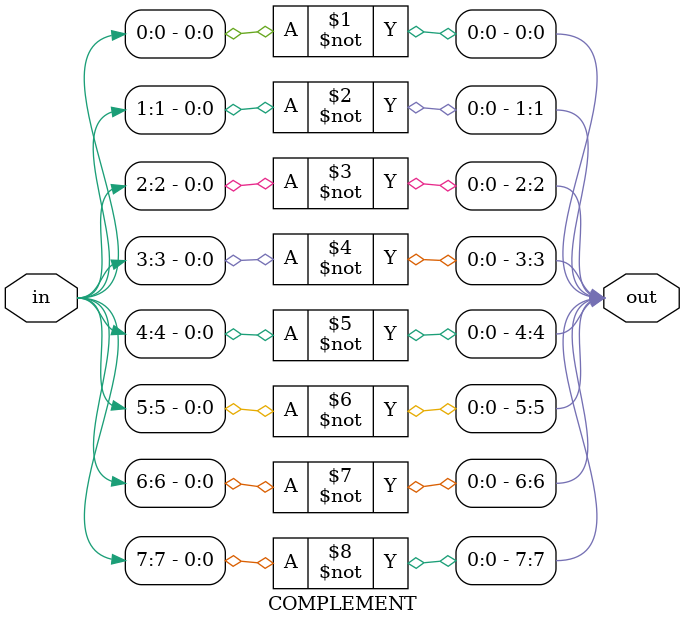
<source format=v>
`timescale 1ns / 1ps


module COMPLEMENT(out,in);
    input [7:0] in;
    output [7:0] out;
    
    not N0(out[0],in[0]);
    not N1(out[1],in[1]);
    not N2(out[2],in[2]);
    not N3(out[3],in[3]);
    not N4(out[4],in[4]);
    not N5(out[5],in[5]);
    not N6(out[6],in[6]);
    not N7(out[7],in[7]);
    
endmodule

</source>
